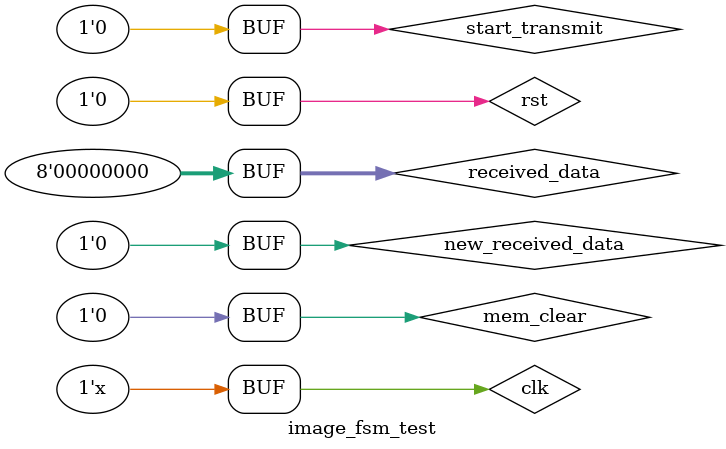
<source format=v>
`timescale 1ns / 1ps


module image_fsm_test;

	// Inputs
	reg clk;
	reg rst;
	reg start_transmit;
	reg [7:0] received_data;
	reg new_received_data;
	reg mem_clear;

	// Outputs
	wire transmit_in_progress;
	wire [7:0] ultrasound_pulses;
	wire afe_switch;
	wire busy;

	// Instantiate the Unit Under Test (UUT)
	image_transmit_fsm uut (
		.clk(clk), 
		.rst(rst), 
		.start_transmit(start_transmit), 
		.transmit_in_progress(transmit_in_progress), 
		.ultrasound_pulses(ultrasound_pulses), 
		.afe_switch(afe_switch), 
		.busy(busy), 
		.received_data(received_data), 
		.new_received_data(new_received_data), 
		.mem_clear(mem_clear)
	);

	initial begin
		// Initialize Inputs
		clk = 0;
		rst = 0;
		start_transmit = 0;
		received_data = 0;
		new_received_data = 0;
		mem_clear = 0;
		//pulse_shape = 32'b1;

		// Wait 100 ns for global reset to finish
		#100;
		rst = 1;
		#10;
		rst = 0;
		#10;
		start_transmit = 1;
		#10;
		
      start_transmit = 0;
		#700;
		mem_clear = 1;
		#10
		mem_clear = 0;
		// Add stimulus here

	end
      
always #5 clk = ~clk;
endmodule


</source>
